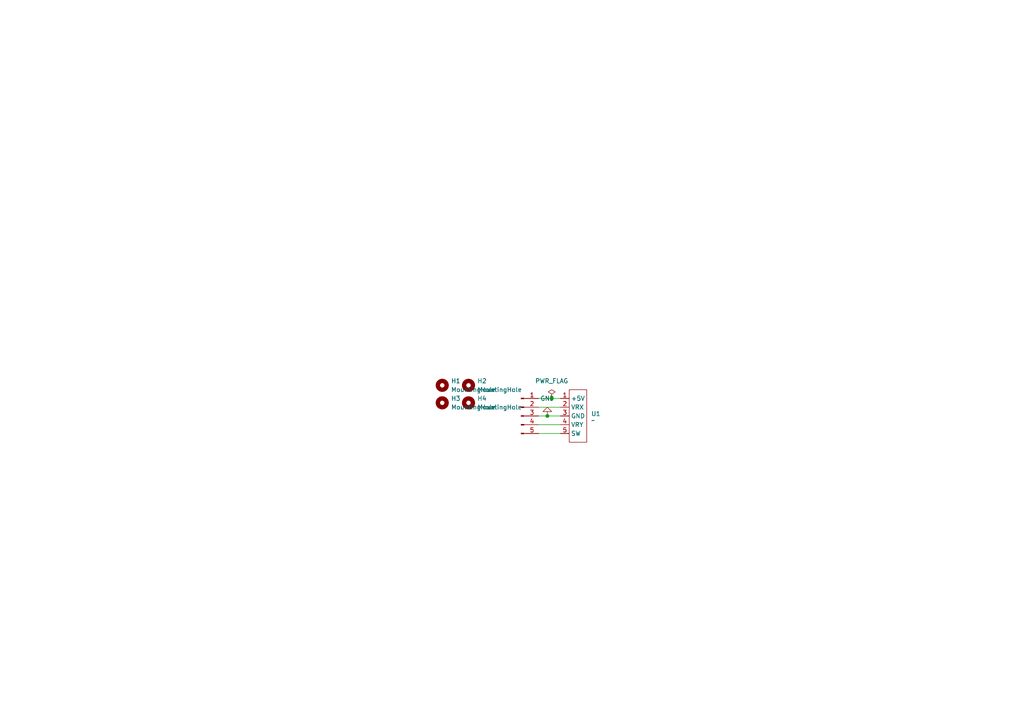
<source format=kicad_sch>
(kicad_sch
	(version 20231120)
	(generator "eeschema")
	(generator_version "8.0")
	(uuid "fb1666cd-69e9-44d8-9541-d3d25efd90f8")
	(paper "A4")
	(lib_symbols
		(symbol "Connector:Conn_01x05_Pin"
			(pin_names
				(offset 1.016) hide)
			(exclude_from_sim no)
			(in_bom yes)
			(on_board yes)
			(property "Reference" "J"
				(at 0 7.62 0)
				(effects
					(font
						(size 1.27 1.27)
					)
				)
			)
			(property "Value" "Conn_01x05_Pin"
				(at 0 -7.62 0)
				(effects
					(font
						(size 1.27 1.27)
					)
				)
			)
			(property "Footprint" ""
				(at 0 0 0)
				(effects
					(font
						(size 1.27 1.27)
					)
					(hide yes)
				)
			)
			(property "Datasheet" "~"
				(at 0 0 0)
				(effects
					(font
						(size 1.27 1.27)
					)
					(hide yes)
				)
			)
			(property "Description" "Generic connector, single row, 01x05, script generated"
				(at 0 0 0)
				(effects
					(font
						(size 1.27 1.27)
					)
					(hide yes)
				)
			)
			(property "ki_locked" ""
				(at 0 0 0)
				(effects
					(font
						(size 1.27 1.27)
					)
				)
			)
			(property "ki_keywords" "connector"
				(at 0 0 0)
				(effects
					(font
						(size 1.27 1.27)
					)
					(hide yes)
				)
			)
			(property "ki_fp_filters" "Connector*:*_1x??_*"
				(at 0 0 0)
				(effects
					(font
						(size 1.27 1.27)
					)
					(hide yes)
				)
			)
			(symbol "Conn_01x05_Pin_1_1"
				(polyline
					(pts
						(xy 1.27 -5.08) (xy 0.8636 -5.08)
					)
					(stroke
						(width 0.1524)
						(type default)
					)
					(fill
						(type none)
					)
				)
				(polyline
					(pts
						(xy 1.27 -2.54) (xy 0.8636 -2.54)
					)
					(stroke
						(width 0.1524)
						(type default)
					)
					(fill
						(type none)
					)
				)
				(polyline
					(pts
						(xy 1.27 0) (xy 0.8636 0)
					)
					(stroke
						(width 0.1524)
						(type default)
					)
					(fill
						(type none)
					)
				)
				(polyline
					(pts
						(xy 1.27 2.54) (xy 0.8636 2.54)
					)
					(stroke
						(width 0.1524)
						(type default)
					)
					(fill
						(type none)
					)
				)
				(polyline
					(pts
						(xy 1.27 5.08) (xy 0.8636 5.08)
					)
					(stroke
						(width 0.1524)
						(type default)
					)
					(fill
						(type none)
					)
				)
				(rectangle
					(start 0.8636 -4.953)
					(end 0 -5.207)
					(stroke
						(width 0.1524)
						(type default)
					)
					(fill
						(type outline)
					)
				)
				(rectangle
					(start 0.8636 -2.413)
					(end 0 -2.667)
					(stroke
						(width 0.1524)
						(type default)
					)
					(fill
						(type outline)
					)
				)
				(rectangle
					(start 0.8636 0.127)
					(end 0 -0.127)
					(stroke
						(width 0.1524)
						(type default)
					)
					(fill
						(type outline)
					)
				)
				(rectangle
					(start 0.8636 2.667)
					(end 0 2.413)
					(stroke
						(width 0.1524)
						(type default)
					)
					(fill
						(type outline)
					)
				)
				(rectangle
					(start 0.8636 5.207)
					(end 0 4.953)
					(stroke
						(width 0.1524)
						(type default)
					)
					(fill
						(type outline)
					)
				)
				(pin passive line
					(at 5.08 5.08 180)
					(length 3.81)
					(name "Pin_1"
						(effects
							(font
								(size 1.27 1.27)
							)
						)
					)
					(number "1"
						(effects
							(font
								(size 1.27 1.27)
							)
						)
					)
				)
				(pin passive line
					(at 5.08 2.54 180)
					(length 3.81)
					(name "Pin_2"
						(effects
							(font
								(size 1.27 1.27)
							)
						)
					)
					(number "2"
						(effects
							(font
								(size 1.27 1.27)
							)
						)
					)
				)
				(pin passive line
					(at 5.08 0 180)
					(length 3.81)
					(name "Pin_3"
						(effects
							(font
								(size 1.27 1.27)
							)
						)
					)
					(number "3"
						(effects
							(font
								(size 1.27 1.27)
							)
						)
					)
				)
				(pin passive line
					(at 5.08 -2.54 180)
					(length 3.81)
					(name "Pin_4"
						(effects
							(font
								(size 1.27 1.27)
							)
						)
					)
					(number "4"
						(effects
							(font
								(size 1.27 1.27)
							)
						)
					)
				)
				(pin passive line
					(at 5.08 -5.08 180)
					(length 3.81)
					(name "Pin_5"
						(effects
							(font
								(size 1.27 1.27)
							)
						)
					)
					(number "5"
						(effects
							(font
								(size 1.27 1.27)
							)
						)
					)
				)
			)
		)
		(symbol "Mechanical:MountingHole"
			(pin_names
				(offset 1.016)
			)
			(exclude_from_sim yes)
			(in_bom no)
			(on_board yes)
			(property "Reference" "H"
				(at 0 5.08 0)
				(effects
					(font
						(size 1.27 1.27)
					)
				)
			)
			(property "Value" "MountingHole"
				(at 0 3.175 0)
				(effects
					(font
						(size 1.27 1.27)
					)
				)
			)
			(property "Footprint" ""
				(at 0 0 0)
				(effects
					(font
						(size 1.27 1.27)
					)
					(hide yes)
				)
			)
			(property "Datasheet" "~"
				(at 0 0 0)
				(effects
					(font
						(size 1.27 1.27)
					)
					(hide yes)
				)
			)
			(property "Description" "Mounting Hole without connection"
				(at 0 0 0)
				(effects
					(font
						(size 1.27 1.27)
					)
					(hide yes)
				)
			)
			(property "ki_keywords" "mounting hole"
				(at 0 0 0)
				(effects
					(font
						(size 1.27 1.27)
					)
					(hide yes)
				)
			)
			(property "ki_fp_filters" "MountingHole*"
				(at 0 0 0)
				(effects
					(font
						(size 1.27 1.27)
					)
					(hide yes)
				)
			)
			(symbol "MountingHole_0_1"
				(circle
					(center 0 0)
					(radius 1.27)
					(stroke
						(width 1.27)
						(type default)
					)
					(fill
						(type none)
					)
				)
			)
		)
		(symbol "Strings:PS4_Joystick"
			(exclude_from_sim no)
			(in_bom yes)
			(on_board yes)
			(property "Reference" "U"
				(at 0 0 0)
				(effects
					(font
						(size 1.27 1.27)
					)
				)
			)
			(property "Value" ""
				(at 0 0 0)
				(effects
					(font
						(size 1.27 1.27)
					)
				)
			)
			(property "Footprint" ""
				(at 0 0 0)
				(effects
					(font
						(size 1.27 1.27)
					)
					(hide yes)
				)
			)
			(property "Datasheet" ""
				(at 0 0 0)
				(effects
					(font
						(size 1.27 1.27)
					)
					(hide yes)
				)
			)
			(property "Description" ""
				(at 0 0 0)
				(effects
					(font
						(size 1.27 1.27)
					)
					(hide yes)
				)
			)
			(symbol "PS4_Joystick_0_1"
				(rectangle
					(start 3.81 13.97)
					(end -11.43 19.05)
					(stroke
						(width 0)
						(type default)
					)
					(fill
						(type none)
					)
				)
			)
			(symbol "PS4_Joystick_1_1"
				(pin power_in line
					(at -8.89 11.43 90)
					(length 2.54)
					(name "+5V"
						(effects
							(font
								(size 1.27 1.27)
							)
						)
					)
					(number "1"
						(effects
							(font
								(size 1.27 1.27)
							)
						)
					)
				)
				(pin output line
					(at -6.35 11.43 90)
					(length 2.54)
					(name "VRX"
						(effects
							(font
								(size 1.27 1.27)
							)
						)
					)
					(number "2"
						(effects
							(font
								(size 1.27 1.27)
							)
						)
					)
				)
				(pin bidirectional line
					(at -3.81 11.43 90)
					(length 2.54)
					(name "GND"
						(effects
							(font
								(size 1.27 1.27)
							)
						)
					)
					(number "3"
						(effects
							(font
								(size 1.27 1.27)
							)
						)
					)
				)
				(pin output line
					(at -1.27 11.43 90)
					(length 2.54)
					(name "VRY"
						(effects
							(font
								(size 1.27 1.27)
							)
						)
					)
					(number "4"
						(effects
							(font
								(size 1.27 1.27)
							)
						)
					)
				)
				(pin output line
					(at 1.27 11.43 90)
					(length 2.54)
					(name "SW"
						(effects
							(font
								(size 1.27 1.27)
							)
						)
					)
					(number "5"
						(effects
							(font
								(size 1.27 1.27)
							)
						)
					)
				)
			)
		)
		(symbol "power:GND"
			(power)
			(pin_numbers hide)
			(pin_names
				(offset 0) hide)
			(exclude_from_sim no)
			(in_bom yes)
			(on_board yes)
			(property "Reference" "#PWR"
				(at 0 -6.35 0)
				(effects
					(font
						(size 1.27 1.27)
					)
					(hide yes)
				)
			)
			(property "Value" "GND"
				(at 0 -3.81 0)
				(effects
					(font
						(size 1.27 1.27)
					)
				)
			)
			(property "Footprint" ""
				(at 0 0 0)
				(effects
					(font
						(size 1.27 1.27)
					)
					(hide yes)
				)
			)
			(property "Datasheet" ""
				(at 0 0 0)
				(effects
					(font
						(size 1.27 1.27)
					)
					(hide yes)
				)
			)
			(property "Description" "Power symbol creates a global label with name \"GND\" , ground"
				(at 0 0 0)
				(effects
					(font
						(size 1.27 1.27)
					)
					(hide yes)
				)
			)
			(property "ki_keywords" "global power"
				(at 0 0 0)
				(effects
					(font
						(size 1.27 1.27)
					)
					(hide yes)
				)
			)
			(symbol "GND_0_1"
				(polyline
					(pts
						(xy 0 0) (xy 0 -1.27) (xy 1.27 -1.27) (xy 0 -2.54) (xy -1.27 -1.27) (xy 0 -1.27)
					)
					(stroke
						(width 0)
						(type default)
					)
					(fill
						(type none)
					)
				)
			)
			(symbol "GND_1_1"
				(pin power_in line
					(at 0 0 270)
					(length 0)
					(name "~"
						(effects
							(font
								(size 1.27 1.27)
							)
						)
					)
					(number "1"
						(effects
							(font
								(size 1.27 1.27)
							)
						)
					)
				)
			)
		)
		(symbol "power:PWR_FLAG"
			(power)
			(pin_numbers hide)
			(pin_names
				(offset 0) hide)
			(exclude_from_sim no)
			(in_bom yes)
			(on_board yes)
			(property "Reference" "#FLG"
				(at 0 1.905 0)
				(effects
					(font
						(size 1.27 1.27)
					)
					(hide yes)
				)
			)
			(property "Value" "PWR_FLAG"
				(at 0 3.81 0)
				(effects
					(font
						(size 1.27 1.27)
					)
				)
			)
			(property "Footprint" ""
				(at 0 0 0)
				(effects
					(font
						(size 1.27 1.27)
					)
					(hide yes)
				)
			)
			(property "Datasheet" "~"
				(at 0 0 0)
				(effects
					(font
						(size 1.27 1.27)
					)
					(hide yes)
				)
			)
			(property "Description" "Special symbol for telling ERC where power comes from"
				(at 0 0 0)
				(effects
					(font
						(size 1.27 1.27)
					)
					(hide yes)
				)
			)
			(property "ki_keywords" "flag power"
				(at 0 0 0)
				(effects
					(font
						(size 1.27 1.27)
					)
					(hide yes)
				)
			)
			(symbol "PWR_FLAG_0_0"
				(pin power_out line
					(at 0 0 90)
					(length 0)
					(name "~"
						(effects
							(font
								(size 1.27 1.27)
							)
						)
					)
					(number "1"
						(effects
							(font
								(size 1.27 1.27)
							)
						)
					)
				)
			)
			(symbol "PWR_FLAG_0_1"
				(polyline
					(pts
						(xy 0 0) (xy 0 1.27) (xy -1.016 1.905) (xy 0 2.54) (xy 1.016 1.905) (xy 0 1.27)
					)
					(stroke
						(width 0)
						(type default)
					)
					(fill
						(type none)
					)
				)
			)
		)
	)
	(junction
		(at 160.02 115.57)
		(diameter 0)
		(color 0 0 0 0)
		(uuid "3c81443e-4217-45b7-b808-0df976984003")
	)
	(junction
		(at 158.75 120.65)
		(diameter 0)
		(color 0 0 0 0)
		(uuid "5ba30fa2-ec07-4f43-ad36-86847bdb6ff0")
	)
	(wire
		(pts
			(xy 156.21 125.73) (xy 162.56 125.73)
		)
		(stroke
			(width 0)
			(type default)
		)
		(uuid "0f0d6651-2c32-4490-8e56-513f2a71c658")
	)
	(wire
		(pts
			(xy 160.02 115.57) (xy 162.56 115.57)
		)
		(stroke
			(width 0)
			(type default)
		)
		(uuid "30ab23ed-43ed-4012-8919-63d83008e796")
	)
	(wire
		(pts
			(xy 156.21 118.11) (xy 162.56 118.11)
		)
		(stroke
			(width 0)
			(type default)
		)
		(uuid "333a37ba-a4e1-4e9c-9592-fd301431d695")
	)
	(wire
		(pts
			(xy 156.21 115.57) (xy 160.02 115.57)
		)
		(stroke
			(width 0)
			(type default)
		)
		(uuid "6c54d19f-b7fc-435e-9fd4-91cd9ffccf7d")
	)
	(wire
		(pts
			(xy 156.21 120.65) (xy 158.75 120.65)
		)
		(stroke
			(width 0)
			(type default)
		)
		(uuid "75cae201-816a-4b01-ae71-28350d4c6381")
	)
	(wire
		(pts
			(xy 158.75 120.65) (xy 162.56 120.65)
		)
		(stroke
			(width 0)
			(type default)
		)
		(uuid "7b3d7e39-ddd3-4a9d-8f7f-e34b40c0fff9")
	)
	(wire
		(pts
			(xy 156.21 123.19) (xy 162.56 123.19)
		)
		(stroke
			(width 0)
			(type default)
		)
		(uuid "cd36ca15-7dd9-4d55-8f9b-2a04fdf52e51")
	)
	(symbol
		(lib_id "Strings:PS4_Joystick")
		(at 151.13 124.46 270)
		(unit 1)
		(exclude_from_sim no)
		(in_bom yes)
		(on_board yes)
		(dnp no)
		(fields_autoplaced yes)
		(uuid "12cb6666-2f48-40fa-a26c-a67a5feb59ea")
		(property "Reference" "U1"
			(at 171.45 120.0149 90)
			(effects
				(font
					(size 1.27 1.27)
				)
				(justify left)
			)
		)
		(property "Value" "~"
			(at 171.45 121.92 90)
			(effects
				(font
					(size 1.27 1.27)
				)
				(justify left)
			)
		)
		(property "Footprint" "Strings:PS4_Joystick"
			(at 151.13 124.46 0)
			(effects
				(font
					(size 1.27 1.27)
				)
				(hide yes)
			)
		)
		(property "Datasheet" ""
			(at 151.13 124.46 0)
			(effects
				(font
					(size 1.27 1.27)
				)
				(hide yes)
			)
		)
		(property "Description" ""
			(at 151.13 124.46 0)
			(effects
				(font
					(size 1.27 1.27)
				)
				(hide yes)
			)
		)
		(pin "4"
			(uuid "298a2745-b9be-4f67-b7e8-d2c57b691aaf")
		)
		(pin "3"
			(uuid "88adc953-13e8-4289-8e5a-f9ea0a2c9b99")
		)
		(pin "5"
			(uuid "8720558a-af13-44e1-9e90-82a19c6b594e")
		)
		(pin "1"
			(uuid "aef0f754-ef65-4624-b38f-31552f5f5a65")
		)
		(pin "2"
			(uuid "bf25dc35-42f6-4c08-ba0a-2f0bbd7911ab")
		)
		(instances
			(project "Joystick Module"
				(path "/fb1666cd-69e9-44d8-9541-d3d25efd90f8"
					(reference "U1")
					(unit 1)
				)
			)
		)
	)
	(symbol
		(lib_id "Mechanical:MountingHole")
		(at 128.27 111.76 0)
		(unit 1)
		(exclude_from_sim yes)
		(in_bom no)
		(on_board yes)
		(dnp no)
		(fields_autoplaced yes)
		(uuid "5ac08f12-8759-43f6-a329-b66265f4c02b")
		(property "Reference" "H1"
			(at 130.81 110.4899 0)
			(effects
				(font
					(size 1.27 1.27)
				)
				(justify left)
			)
		)
		(property "Value" "MountingHole"
			(at 130.81 113.0299 0)
			(effects
				(font
					(size 1.27 1.27)
				)
				(justify left)
			)
		)
		(property "Footprint" "MountingHole:MountingHole_2.2mm_M2"
			(at 128.27 111.76 0)
			(effects
				(font
					(size 1.27 1.27)
				)
				(hide yes)
			)
		)
		(property "Datasheet" "~"
			(at 128.27 111.76 0)
			(effects
				(font
					(size 1.27 1.27)
				)
				(hide yes)
			)
		)
		(property "Description" "Mounting Hole without connection"
			(at 128.27 111.76 0)
			(effects
				(font
					(size 1.27 1.27)
				)
				(hide yes)
			)
		)
		(instances
			(project "Joystick Module"
				(path "/fb1666cd-69e9-44d8-9541-d3d25efd90f8"
					(reference "H1")
					(unit 1)
				)
			)
		)
	)
	(symbol
		(lib_id "Mechanical:MountingHole")
		(at 135.89 111.76 0)
		(unit 1)
		(exclude_from_sim yes)
		(in_bom no)
		(on_board yes)
		(dnp no)
		(fields_autoplaced yes)
		(uuid "6d7798a1-e69a-4962-9847-d40bdf23a6dc")
		(property "Reference" "H2"
			(at 138.43 110.4899 0)
			(effects
				(font
					(size 1.27 1.27)
				)
				(justify left)
			)
		)
		(property "Value" "MountingHole"
			(at 138.43 113.0299 0)
			(effects
				(font
					(size 1.27 1.27)
				)
				(justify left)
			)
		)
		(property "Footprint" "MountingHole:MountingHole_2.2mm_M2"
			(at 135.89 111.76 0)
			(effects
				(font
					(size 1.27 1.27)
				)
				(hide yes)
			)
		)
		(property "Datasheet" "~"
			(at 135.89 111.76 0)
			(effects
				(font
					(size 1.27 1.27)
				)
				(hide yes)
			)
		)
		(property "Description" "Mounting Hole without connection"
			(at 135.89 111.76 0)
			(effects
				(font
					(size 1.27 1.27)
				)
				(hide yes)
			)
		)
		(instances
			(project "Joystick Module"
				(path "/fb1666cd-69e9-44d8-9541-d3d25efd90f8"
					(reference "H2")
					(unit 1)
				)
			)
		)
	)
	(symbol
		(lib_id "Connector:Conn_01x05_Pin")
		(at 151.13 120.65 0)
		(unit 1)
		(exclude_from_sim no)
		(in_bom yes)
		(on_board yes)
		(dnp no)
		(fields_autoplaced yes)
		(uuid "8a178850-7402-4a5f-95de-cb21a9c990b0")
		(property "Reference" "J1"
			(at 149.86 121.9201 0)
			(effects
				(font
					(size 1.27 1.27)
				)
				(justify right)
				(hide yes)
			)
		)
		(property "Value" "Conn_01x05_Pin"
			(at 149.86 119.3801 0)
			(effects
				(font
					(size 1.27 1.27)
				)
				(justify right)
				(hide yes)
			)
		)
		(property "Footprint" "Connector_PinHeader_1.27mm:PinHeader_1x05_P1.27mm_Vertical"
			(at 151.13 120.65 0)
			(effects
				(font
					(size 1.27 1.27)
				)
				(hide yes)
			)
		)
		(property "Datasheet" "~"
			(at 151.13 120.65 0)
			(effects
				(font
					(size 1.27 1.27)
				)
				(hide yes)
			)
		)
		(property "Description" "Generic connector, single row, 01x05, script generated"
			(at 151.13 120.65 0)
			(effects
				(font
					(size 1.27 1.27)
				)
				(hide yes)
			)
		)
		(pin "2"
			(uuid "b66ad166-9c90-46ff-8651-19c3746062da")
		)
		(pin "5"
			(uuid "18a091b3-4ec1-4db5-8f2c-c5b4458d4244")
		)
		(pin "4"
			(uuid "e05183cb-038d-4152-a6f5-e4a68672eac2")
		)
		(pin "1"
			(uuid "badf8ba4-c7df-420e-81ee-f92d3d19c3a2")
		)
		(pin "3"
			(uuid "92f1df80-6fc4-40e8-9e2c-172b1e0cf9e5")
		)
		(instances
			(project "Joystick Module"
				(path "/fb1666cd-69e9-44d8-9541-d3d25efd90f8"
					(reference "J1")
					(unit 1)
				)
			)
		)
	)
	(symbol
		(lib_id "power:GND")
		(at 158.75 120.65 180)
		(unit 1)
		(exclude_from_sim no)
		(in_bom yes)
		(on_board yes)
		(dnp no)
		(fields_autoplaced yes)
		(uuid "abcb6ab7-3754-4c44-bc8f-ce4083ea9ec7")
		(property "Reference" "#PWR01"
			(at 158.75 114.3 0)
			(effects
				(font
					(size 1.27 1.27)
				)
				(hide yes)
			)
		)
		(property "Value" "GND"
			(at 158.75 115.57 0)
			(effects
				(font
					(size 1.27 1.27)
				)
			)
		)
		(property "Footprint" ""
			(at 158.75 120.65 0)
			(effects
				(font
					(size 1.27 1.27)
				)
				(hide yes)
			)
		)
		(property "Datasheet" ""
			(at 158.75 120.65 0)
			(effects
				(font
					(size 1.27 1.27)
				)
				(hide yes)
			)
		)
		(property "Description" "Power symbol creates a global label with name \"GND\" , ground"
			(at 158.75 120.65 0)
			(effects
				(font
					(size 1.27 1.27)
				)
				(hide yes)
			)
		)
		(pin "1"
			(uuid "4047c364-dea8-4bd4-8796-ab4d02c60766")
		)
		(instances
			(project "Joystick Module"
				(path "/fb1666cd-69e9-44d8-9541-d3d25efd90f8"
					(reference "#PWR01")
					(unit 1)
				)
			)
		)
	)
	(symbol
		(lib_id "Mechanical:MountingHole")
		(at 135.89 116.84 0)
		(unit 1)
		(exclude_from_sim yes)
		(in_bom no)
		(on_board yes)
		(dnp no)
		(fields_autoplaced yes)
		(uuid "d656a748-0980-47aa-8423-4a7df6d798ed")
		(property "Reference" "H4"
			(at 138.43 115.5699 0)
			(effects
				(font
					(size 1.27 1.27)
				)
				(justify left)
			)
		)
		(property "Value" "MountingHole"
			(at 138.43 118.1099 0)
			(effects
				(font
					(size 1.27 1.27)
				)
				(justify left)
			)
		)
		(property "Footprint" "MountingHole:MountingHole_2.2mm_M2"
			(at 135.89 116.84 0)
			(effects
				(font
					(size 1.27 1.27)
				)
				(hide yes)
			)
		)
		(property "Datasheet" "~"
			(at 135.89 116.84 0)
			(effects
				(font
					(size 1.27 1.27)
				)
				(hide yes)
			)
		)
		(property "Description" "Mounting Hole without connection"
			(at 135.89 116.84 0)
			(effects
				(font
					(size 1.27 1.27)
				)
				(hide yes)
			)
		)
		(instances
			(project "Joystick Module"
				(path "/fb1666cd-69e9-44d8-9541-d3d25efd90f8"
					(reference "H4")
					(unit 1)
				)
			)
		)
	)
	(symbol
		(lib_id "power:PWR_FLAG")
		(at 160.02 115.57 0)
		(unit 1)
		(exclude_from_sim no)
		(in_bom yes)
		(on_board yes)
		(dnp no)
		(fields_autoplaced yes)
		(uuid "eb06a20c-5350-4e07-b418-4ed74cf8412c")
		(property "Reference" "#FLG01"
			(at 160.02 113.665 0)
			(effects
				(font
					(size 1.27 1.27)
				)
				(hide yes)
			)
		)
		(property "Value" "PWR_FLAG"
			(at 160.02 110.49 0)
			(effects
				(font
					(size 1.27 1.27)
				)
			)
		)
		(property "Footprint" ""
			(at 160.02 115.57 0)
			(effects
				(font
					(size 1.27 1.27)
				)
				(hide yes)
			)
		)
		(property "Datasheet" "~"
			(at 160.02 115.57 0)
			(effects
				(font
					(size 1.27 1.27)
				)
				(hide yes)
			)
		)
		(property "Description" "Special symbol for telling ERC where power comes from"
			(at 160.02 115.57 0)
			(effects
				(font
					(size 1.27 1.27)
				)
				(hide yes)
			)
		)
		(pin "1"
			(uuid "a8224768-f590-47ae-829a-862b34b1d52d")
		)
		(instances
			(project "Joystick Module"
				(path "/fb1666cd-69e9-44d8-9541-d3d25efd90f8"
					(reference "#FLG01")
					(unit 1)
				)
			)
		)
	)
	(symbol
		(lib_id "Mechanical:MountingHole")
		(at 128.27 116.84 0)
		(unit 1)
		(exclude_from_sim yes)
		(in_bom no)
		(on_board yes)
		(dnp no)
		(fields_autoplaced yes)
		(uuid "ebb631ef-d09d-4225-90a6-bcd551c9d596")
		(property "Reference" "H3"
			(at 130.81 115.5699 0)
			(effects
				(font
					(size 1.27 1.27)
				)
				(justify left)
			)
		)
		(property "Value" "MountingHole"
			(at 130.81 118.1099 0)
			(effects
				(font
					(size 1.27 1.27)
				)
				(justify left)
			)
		)
		(property "Footprint" "MountingHole:MountingHole_2.2mm_M2"
			(at 128.27 116.84 0)
			(effects
				(font
					(size 1.27 1.27)
				)
				(hide yes)
			)
		)
		(property "Datasheet" "~"
			(at 128.27 116.84 0)
			(effects
				(font
					(size 1.27 1.27)
				)
				(hide yes)
			)
		)
		(property "Description" "Mounting Hole without connection"
			(at 128.27 116.84 0)
			(effects
				(font
					(size 1.27 1.27)
				)
				(hide yes)
			)
		)
		(instances
			(project "Joystick Module"
				(path "/fb1666cd-69e9-44d8-9541-d3d25efd90f8"
					(reference "H3")
					(unit 1)
				)
			)
		)
	)
	(sheet_instances
		(path "/"
			(page "1")
		)
	)
)

</source>
